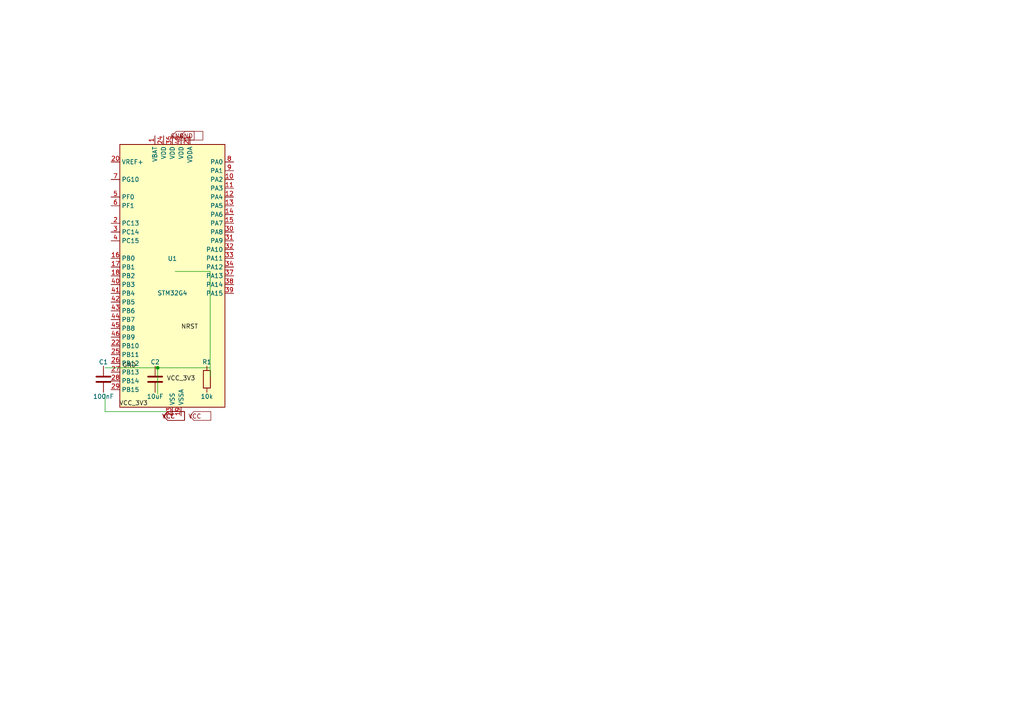
<source format=kicad_sch>
(kicad_sch (version 20231120) (generator "nexus_ee_design")
  (paper "A4")
  (lib_symbols
    (symbol "STM32G431CBTxZ"
      (property "Reference" "U" (at -15.24 39.37 0))
      (property "Value" "STM32G431CBTxZ" (at 7.62 39.37 0))
      (symbol "STM32G431CBTxZ_0_1"
        (rectangle (start -15.24 -38.1) (end 15.24 38.1) (stroke (width 0.254)) (fill (type background)))
      )
      (symbol "STM32G431CBTxZ_1_1"
        (pin input line (at -17.78 33.02 0) (length 2.54) (name "VREF+") (number "20"))
        (pin bidirectional line (at -17.78 27.94 0) (length 2.54) (name "PG10") (number "7"))
        (pin bidirectional line (at -17.78 22.86 0) (length 2.54) (name "PF0") (number "5"))
        (pin bidirectional line (at -17.78 20.32 0) (length 2.54) (name "PF1") (number "6"))
        (pin bidirectional line (at -17.78 15.24 0) (length 2.54) (name "PC13") (number "2"))
        (pin bidirectional line (at -17.78 12.7 0) (length 2.54) (name "PC14") (number "3"))
        (pin bidirectional line (at -17.78 10.16 0) (length 2.54) (name "PC15") (number "4"))
        (pin bidirectional line (at -17.78 5.08 0) (length 2.54) (name "PB0") (number "16"))
        (pin bidirectional line (at -17.78 2.54 0) (length 2.54) (name "PB1") (number "17"))
        (pin bidirectional line (at -17.78 0 0) (length 2.54) (name "PB2") (number "18"))
        (pin bidirectional line (at -17.78 -2.54 0) (length 2.54) (name "PB3") (number "40"))
        (pin bidirectional line (at -17.78 -5.08 0) (length 2.54) (name "PB4") (number "41"))
        (pin bidirectional line (at -17.78 -7.62 0) (length 2.54) (name "PB5") (number "42"))
        (pin bidirectional line (at -17.78 -10.16 0) (length 2.54) (name "PB6") (number "43"))
        (pin bidirectional line (at -17.78 -12.7 0) (length 2.54) (name "PB7") (number "44"))
        (pin bidirectional line (at -17.78 -15.24 0) (length 2.54) (name "PB8") (number "45"))
        (pin bidirectional line (at -17.78 -17.78 0) (length 2.54) (name "PB9") (number "46"))
        (pin bidirectional line (at -17.78 -20.32 0) (length 2.54) (name "PB10") (number "22"))
        (pin bidirectional line (at -17.78 -22.86 0) (length 2.54) (name "PB11") (number "25"))
        (pin bidirectional line (at -17.78 -25.4 0) (length 2.54) (name "PB12") (number "26"))
        (pin bidirectional line (at -17.78 -27.94 0) (length 2.54) (name "PB13") (number "27"))
        (pin bidirectional line (at -17.78 -30.48 0) (length 2.54) (name "PB14") (number "28"))
        (pin bidirectional line (at -17.78 -33.02 0) (length 2.54) (name "PB15") (number "29"))
        (pin power_in line (at -5.08 40.64 270) (length 2.54) (name "VBAT") (number "1"))
        (pin power_in line (at -2.54 40.64 270) (length 2.54) (name "VDD") (number "24"))
        (pin power_in line (at 0 40.64 270) (length 2.54) (name "VDD") (number "36"))
        (pin power_in line (at 0 -40.64 90) (length 2.54) (name "VSS") (number "23"))
        (pin passive line (at 0 -40.64 90) (length 2.54) (hide yes) (name "VSS") (number "35"))
        (pin passive line (at 0 -40.64 90) (length 2.54) (hide yes) (name "VSS") (number "47"))
        (pin power_in line (at 2.54 40.64 270) (length 2.54) (name "VDD") (number "48"))
        (pin power_in line (at 2.54 -40.64 90) (length 2.54) (name "VSSA") (number "19"))
        (pin power_in line (at 5.08 40.64 270) (length 2.54) (name "VDDA") (number "21"))
        (pin bidirectional line (at 17.78 33.02 180) (length 2.54) (name "PA0") (number "8"))
        (pin bidirectional line (at 17.78 30.48 180) (length 2.54) (name "PA1") (number "9"))
        (pin bidirectional line (at 17.78 27.94 180) (length 2.54) (name "PA2") (number "10"))
        (pin bidirectional line (at 17.78 25.4 180) (length 2.54) (name "PA3") (number "11"))
        (pin bidirectional line (at 17.78 22.86 180) (length 2.54) (name "PA4") (number "12"))
        (pin bidirectional line (at 17.78 20.32 180) (length 2.54) (name "PA5") (number "13"))
        (pin bidirectional line (at 17.78 17.78 180) (length 2.54) (name "PA6") (number "14"))
        (pin bidirectional line (at 17.78 15.24 180) (length 2.54) (name "PA7") (number "15"))
        (pin bidirectional line (at 17.78 12.7 180) (length 2.54) (name "PA8") (number "30"))
        (pin bidirectional line (at 17.78 10.16 180) (length 2.54) (name "PA9") (number "31"))
        (pin bidirectional line (at 17.78 7.62 180) (length 2.54) (name "PA10") (number "32"))
        (pin bidirectional line (at 17.78 5.08 180) (length 2.54) (name "PA11") (number "33"))
        (pin bidirectional line (at 17.78 2.54 180) (length 2.54) (name "PA12") (number "34"))
        (pin bidirectional line (at 17.78 0 180) (length 2.54) (name "PA13") (number "37"))
        (pin bidirectional line (at 17.78 -2.54 180) (length 2.54) (name "PA14") (number "38"))
        (pin bidirectional line (at 17.78 -5.08 180) (length 2.54) (name "PA15") (number "39"))
      )
    )
    (symbol "C" (pin_numbers (hide yes)) (pin_names (offset 0.254))
      (property "Reference" "C" (at 0.635 2.54 0))
      (property "Value" "C" (at 0.635 -2.54 0))
      (symbol "C_0_1"
        (polyline (pts (xy -2.032 0.762) (xy 2.032 0.762)) (stroke (width 0.508)))
        (polyline (pts (xy -2.032 -0.762) (xy 2.032 -0.762)) (stroke (width 0.508)))
      )
      (symbol "C_1_1"
        (pin passive line (at 0 3.81 270) (length 2.794) (name "~") (number "1"))
        (pin passive line (at 0 -3.81 90) (length 2.794) (name "~") (number "2"))
      )
    )
    (symbol "R" (pin_numbers (hide yes)) (pin_names (offset 0))
      (property "Reference" "R" (at 2.032 0 90))
      (property "Value" "R" (at 0 0 90))
      (symbol "R_0_1"
        (rectangle (start -1.016 -2.54) (end 1.016 2.54) (stroke (width 0.254)))
      )
      (symbol "R_1_1"
        (pin passive line (at 0 3.81 270) (length 1.27) (name "~") (number "1"))
        (pin passive line (at 0 -3.81 90) (length 1.27) (name "~") (number "2"))
      )
    )
  )
  (symbol (lib_id "STM32G431CBTxZ") (at 50.0 80.0 0) (unit 1)
    (property "Reference" "U1" (at 50.0 75.0 0))
    (property "Value" "STM32G4" (at 50.0 85.0 0))
  )
  (symbol (lib_id "C") (at 30.0 110.0 0) (unit 1)
    (property "Reference" "C1" (at 30.0 105.0 0))
    (property "Value" "100nF" (at 30.0 115.0 0))
  )
  (symbol (lib_id "C") (at 45.0 110.0 0) (unit 1)
    (property "Reference" "C2" (at 45.0 105.0 0))
    (property "Value" "10uF" (at 45.0 115.0 0))
  )
  (symbol (lib_id "R") (at 60.0 110.0 0) (unit 1)
    (property "Reference" "R1" (at 60.0 105.0 0))
    (property "Value" "10k" (at 60.0 115.0 0))
  )
  (wire (pts (xy 48.26 119.38) (xy 30.48 119.38)))
  (wire (pts (xy 30.48 119.38) (xy 30.48 114.3)))
  (wire (pts (xy 30.48 106.68) (xy 45.72 106.68)))
  (wire (pts (xy 50.8 78.74) (xy 60.96 78.74)))
  (wire (pts (xy 60.96 78.74) (xy 60.96 109.22)))
  (wire (pts (xy 60.96 106.68) (xy 45.72 106.68)))
  (wire (pts (xy 45.72 106.68) (xy 45.72 114.3)))
  (junction (at 45.72 106.68))
  (label "VCC_3V3" (at 38.730000000000004 117.225 0))
  (label "GND" (at 37.5 106.19 0))
  (label "NRST" (at 55.0 95.0 0))
  (label "VCC_3V3" (at 52.5 110.0 0))
  (global_label "VCC" (shape input) (at 47.46 120.64 0))
  (global_label "VCC" (shape input) (at 47.46 120.64 0))
  (global_label "GND" (shape input) (at 50.0 39.36 0))
  (global_label "VCC" (shape input) (at 47.46 120.64 0))
  (global_label "GND" (shape input) (at 52.54 39.36 0))
  (global_label "VCC" (shape input) (at 55.08 120.64 0))
)
</source>
